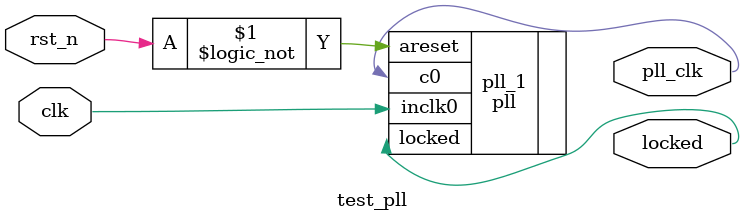
<source format=v>
module test_pll(clk, rst_n, pll_clk, locked);

input clk;
input rst_n;
output pll_clk;
output locked;

pll pll_1(
	.areset(!rst_n),
	.inclk0(clk),
	.c0(pll_clk),
	.locked(locked));

endmodule
</source>
